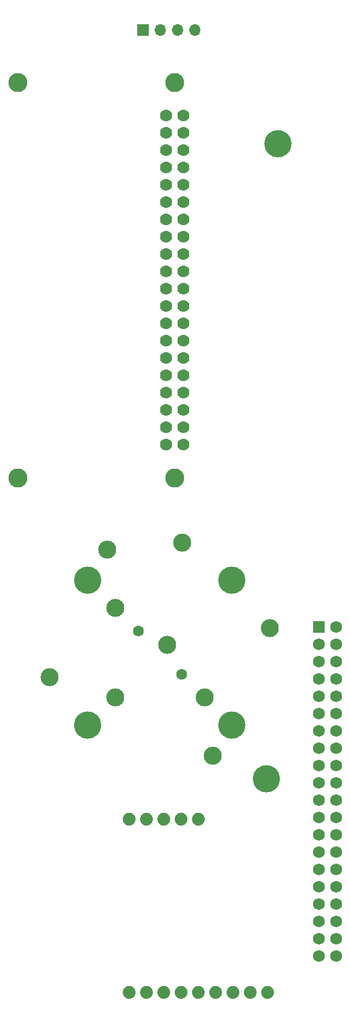
<source format=gbr>
%TF.GenerationSoftware,KiCad,Pcbnew,9.0.0*%
%TF.CreationDate,2025-03-07T03:21:26-05:00*%
%TF.ProjectId,Radio,52616469-6f2e-46b6-9963-61645f706362,1*%
%TF.SameCoordinates,Original*%
%TF.FileFunction,Soldermask,Top*%
%TF.FilePolarity,Negative*%
%FSLAX46Y46*%
G04 Gerber Fmt 4.6, Leading zero omitted, Abs format (unit mm)*
G04 Created by KiCad (PCBNEW 9.0.0) date 2025-03-07 03:21:26*
%MOMM*%
%LPD*%
G01*
G04 APERTURE LIST*
G04 Aperture macros list*
%AMRoundRect*
0 Rectangle with rounded corners*
0 $1 Rounding radius*
0 $2 $3 $4 $5 $6 $7 $8 $9 X,Y pos of 4 corners*
0 Add a 4 corners polygon primitive as box body*
4,1,4,$2,$3,$4,$5,$6,$7,$8,$9,$2,$3,0*
0 Add four circle primitives for the rounded corners*
1,1,$1+$1,$2,$3*
1,1,$1+$1,$4,$5*
1,1,$1+$1,$6,$7*
1,1,$1+$1,$8,$9*
0 Add four rect primitives between the rounded corners*
20,1,$1+$1,$2,$3,$4,$5,0*
20,1,$1+$1,$4,$5,$6,$7,0*
20,1,$1+$1,$6,$7,$8,$9,0*
20,1,$1+$1,$8,$9,$2,$3,0*%
G04 Aperture macros list end*
%ADD10C,4.000000*%
%ADD11RoundRect,0.102000X-0.762000X0.762000X-0.762000X-0.762000X0.762000X-0.762000X0.762000X0.762000X0*%
%ADD12C,1.728000*%
%ADD13C,1.879600*%
%ADD14C,1.600000*%
%ADD15C,2.641600*%
%ADD16R,1.700000X1.700000*%
%ADD17O,1.700000X1.700000*%
%ADD18C,2.800000*%
%ADD19C,1.778000*%
G04 APERTURE END LIST*
D10*
%TO.C,*%
X146913600Y-38633400D03*
%TD*%
D11*
%TO.C,U3*%
X152933400Y-109474000D03*
D12*
X155473400Y-109474000D03*
X152933400Y-112014000D03*
X155473400Y-112014000D03*
X152933400Y-114554000D03*
X155473400Y-114554000D03*
X152933400Y-117094000D03*
X155473400Y-117094000D03*
X152933400Y-119634000D03*
X155473400Y-119634000D03*
X152933400Y-122174000D03*
X155473400Y-122174000D03*
X152933400Y-124714000D03*
X155473400Y-124714000D03*
X152933400Y-127254000D03*
X155473400Y-127254000D03*
X152933400Y-129794000D03*
X155473400Y-129794000D03*
X152933400Y-132334000D03*
X155473400Y-132334000D03*
X152933400Y-134874000D03*
X155473400Y-134874000D03*
X152933400Y-137414000D03*
X155473400Y-137414000D03*
X152933400Y-139954000D03*
X155473400Y-139954000D03*
X152933400Y-142494000D03*
X155473400Y-142494000D03*
X152933400Y-145034000D03*
X155473400Y-145034000D03*
X152933400Y-147574000D03*
X155473400Y-147574000D03*
X152933400Y-150114000D03*
X155473400Y-150114000D03*
X152933400Y-152654000D03*
X155473400Y-152654000D03*
X152933400Y-155194000D03*
X155473400Y-155194000D03*
X152933400Y-157734000D03*
X155473400Y-157734000D03*
%TD*%
D13*
%TO.C,U4*%
X135255000Y-137642600D03*
X132715000Y-137642600D03*
X130175000Y-137642600D03*
X127635000Y-137642600D03*
X125095000Y-137642600D03*
X145415000Y-163042600D03*
X142875000Y-163042600D03*
X140335000Y-163042600D03*
X137795000Y-163042600D03*
X135255000Y-163042600D03*
X132715000Y-163042600D03*
X130175000Y-163042600D03*
X127635000Y-163042600D03*
X125095000Y-163042600D03*
%TD*%
D10*
%TO.C,U1*%
X118988279Y-102626043D03*
X118988279Y-123839247D03*
D14*
X126412900Y-110050664D03*
X132776862Y-116414626D03*
D10*
X140201483Y-102626043D03*
X140201483Y-123839247D03*
D15*
X123047072Y-106684836D03*
X123047072Y-119780454D03*
X136142690Y-119780454D03*
X132847572Y-97153037D03*
X130705039Y-112122487D03*
X121844991Y-98128844D03*
X113444562Y-116838890D03*
X137344771Y-128336446D03*
X145745200Y-109626400D03*
%TD*%
D16*
%TO.C,U2*%
X127127000Y-21945600D03*
D17*
X129667000Y-21945600D03*
X132207000Y-21945600D03*
X134747000Y-21945600D03*
%TD*%
D10*
%TO.C,*%
X145262600Y-131749800D03*
%TD*%
D18*
%TO.C,J1*%
X108749800Y-87597800D03*
X131749800Y-87597800D03*
X108749800Y-29597800D03*
X131749800Y-29597800D03*
D19*
X130479800Y-82727800D03*
X133019800Y-82727800D03*
X130479800Y-80187800D03*
X133019800Y-80187800D03*
X130479800Y-77647800D03*
X133019800Y-77647800D03*
X130479800Y-75107800D03*
X133019800Y-75107800D03*
X130479800Y-72567800D03*
X133019800Y-72567800D03*
X130479800Y-70027800D03*
X133019800Y-70027800D03*
X130479800Y-67487800D03*
X133019800Y-67487800D03*
X130479800Y-64947800D03*
X133019800Y-64947800D03*
X130479800Y-62407800D03*
X133019800Y-62407800D03*
X130479800Y-59867800D03*
X133019800Y-59867800D03*
X130479800Y-57327800D03*
X133019800Y-57327800D03*
X130479800Y-54787800D03*
X133019800Y-54787800D03*
X130479800Y-52247800D03*
X133019800Y-52247800D03*
X130479800Y-49707800D03*
X133019800Y-49707800D03*
X130479800Y-47167800D03*
X133019800Y-47167800D03*
X130479800Y-44627800D03*
X133019800Y-44627800D03*
X130479800Y-42087800D03*
X133019800Y-42087800D03*
X130479800Y-39547800D03*
X133019800Y-39547800D03*
X130479800Y-37007800D03*
X133019800Y-37007800D03*
X130479800Y-34467800D03*
X133019800Y-34467800D03*
%TD*%
M02*

</source>
